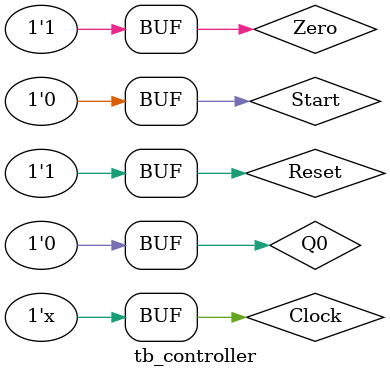
<source format=v>
`timescale 1ns/1ps
module tb_controller;

// Definicion de las variables a utilizar
reg Clock, Reset, Start, Q0, Zero;
wire Ready, Load_Regs, Shift_Regs, Add_Regs, Decr_P;


// Creando una instancia del controlador
AceController FSM(
    .Clock(Clock), .Reset(Reset), .Start(Start), .Q0(Q0),
    .Zero(Zero), .Ready(Ready), .Load_Regs(Load_Regs),
    .Shift_Regs(Shift_Regs), .Add_Regs(Add_Regs), .Decr_P(Decr_P)
);


// Generacion de graficas
initial begin
  $dumpfile("controlador.vcd");
  $dumpvars(0, tb_controller);
end


// Reloj de 100 MHz
initial begin
    Clock = 0; // En tiempo 0
end
always begin
    #5 Clock = ~Clock; // Periodo de 10ns  
end


// Generar el reset
initial begin
    // En tiempo 0
    Reset = 0;
    Start = 0;
    Q0 = 0;
    Zero = 0;
    #10
    Reset = 1;
    Start = 1;
    #10 
    Start = 0;
    Q0 = 1;
    #30
    Q0 = 0;
    Zero = 0;
    #20
    Zero = 1;


end
endmodule
</source>
